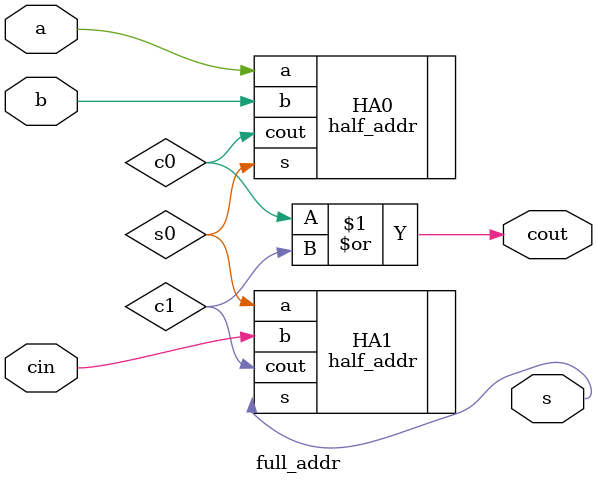
<source format=v>

module full_addr (a,b,cin,s,cout);

//Input Port
input a;
input b;
input cin;

//Output Port
output s;
output cout;

//Internals
wire s0,c0,c1;
//Instantiations

half_addr HA0 (.a(a),.b(b),.s(s0),.cout(c0));

half_addr HA1 (.a(s0),.b(cin),.s(s),.cout(c1));

or or1(cout,c0,c1);//Verilog Primitive: or gate

endmodule

</source>
